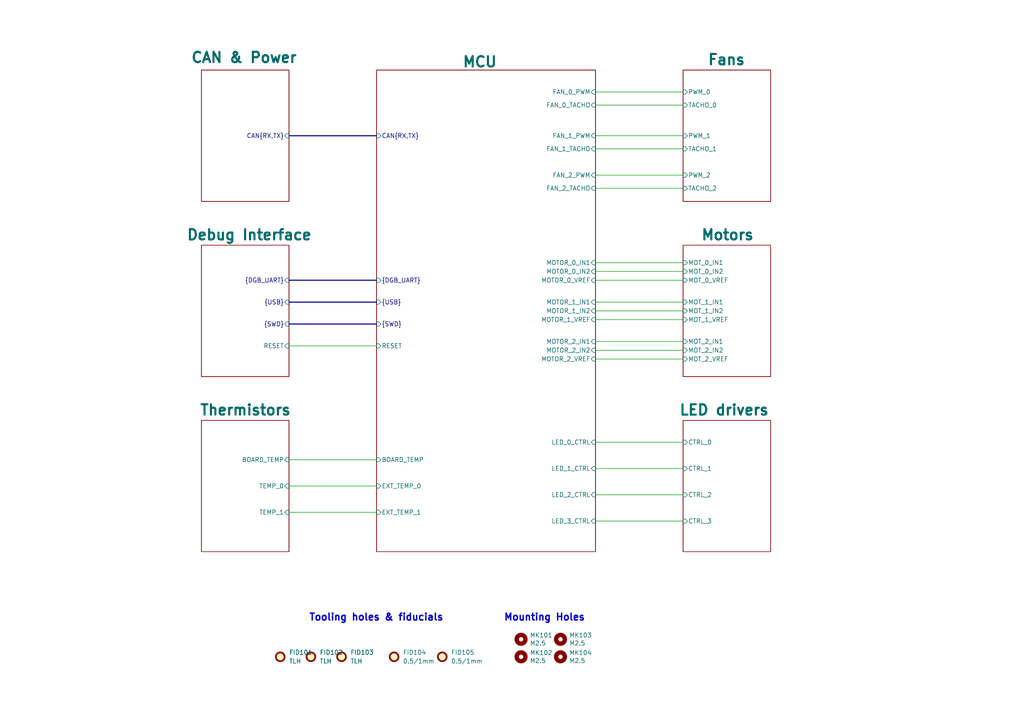
<source format=kicad_sch>
(kicad_sch (version 20231120) (generator "eeschema") (generator_version "8.0")
  (paper "A4")
  (title_block (title "Control board") (date "2024-06-11") (rev "${VERSION}") (company "TrendBit s.r.o.") (comment 1 "Designed by: Petr Malaník"))
  (lib_symbols
    (symbol "Mechanical:Fiducial"
      (property "Reference" "FID" (at 0 5.08 0))
      (property "Value" "Fiducial" (at 0 3.175 0))
      (symbol "Fiducial_0_1"
        (circle (center 0 0) (radius 1.27) (stroke (width 0.508)) (fill (type background)))
      )
    )
    (symbol "Mechanical:MountingHole" (pin_names (offset 1.016))
      (property "Reference" "H" (at 0 5.08 0))
      (property "Value" "MountingHole" (at 0 3.175 0))
      (symbol "MountingHole_0_1"
        (circle (center 0 0) (radius 1.27) (stroke (width 1.27)))
      )
    )
  )
  (wire (pts (xy 172.72 39.37) (xy 198.12 39.37)))
  (wire (pts (xy 172.72 128.27) (xy 198.12 128.27)))
  (wire (pts (xy 83.82 133.35) (xy 109.22 133.35)))
  (bus (pts (xy 83.82 39.37) (xy 109.22 39.37)))
  (wire (pts (xy 172.72 143.51) (xy 198.12 143.51)))
  (wire (pts (xy 172.72 99.06) (xy 198.12 99.06)))
  (wire (pts (xy 172.72 81.28) (xy 198.12 81.28)))
  (wire (pts (xy 172.72 26.67) (xy 198.12 26.67)))
  (wire (pts (xy 172.72 30.48) (xy 198.12 30.48)))
  (wire (pts (xy 172.72 78.74) (xy 198.12 78.74)))
  (wire (pts (xy 172.72 54.61) (xy 198.12 54.61)))
  (wire (pts (xy 172.72 135.89) (xy 198.12 135.89)))
  (wire (pts (xy 172.72 87.63) (xy 198.12 87.63)))
  (wire (pts (xy 172.72 90.17) (xy 198.12 90.17)))
  (wire (pts (xy 172.72 104.14) (xy 198.12 104.14)))
  (wire (pts (xy 172.72 76.2) (xy 198.12 76.2)))
  (wire (pts (xy 172.72 43.18) (xy 198.12 43.18)))
  (bus (pts (xy 83.82 93.98) (xy 109.22 93.98)))
  (wire (pts (xy 172.72 92.71) (xy 198.12 92.71)))
  (wire (pts (xy 83.82 140.97) (xy 109.22 140.97)))
  (wire (pts (xy 172.72 50.8) (xy 198.12 50.8)))
  (wire (pts (xy 83.82 100.33) (xy 109.22 100.33)))
  (wire (pts (xy 172.72 151.13) (xy 198.12 151.13)))
  (wire (pts (xy 172.72 101.6) (xy 198.12 101.6)))
  (bus (pts (xy 83.82 81.28) (xy 109.22 81.28)))
  (wire (pts (xy 83.82 148.59) (xy 109.22 148.59)))
  (bus (pts (xy 83.82 87.63) (xy 109.22 87.63)))
  (text "Mounting Holes" (at 146.05 180.34 0) (effects (font (size 2 2) (bold yes)) (justify left bottom)))
  (text "Tooling holes & fiducials" (at 89.535 180.34 0) (effects (font (size 2 2) (bold yes)) (justify left bottom)))
  (symbol (lib_id "Mechanical:Fiducial") (at 81.28 190.5 0) (unit 1) (in_bom no)
    (property "Reference" "FID101" (at 83.82 189.2299 0) (effects (justify left)))
    (property "Value" "TLH" (at 83.82 191.7699 0) (effects (justify left)))
    (property "Footprint" "TCY_mechanical:ToolingHole_JLCPCB" (effects (hide yes)))
    (property "Description" "JLCPCB Tooling hole" (effects (hide yes)))
  )
  (symbol (lib_id "Mechanical:Fiducial") (at 128.27 190.5 0) (unit 1) (in_bom no)
    (property "Reference" "FID105" (at 130.81 189.2299 0) (effects (justify left)))
    (property "Value" "0.5/1mm" (at 130.81 191.7699 0) (effects (justify left)))
    (property "Footprint" "Fiducial:Fiducial_1mm_Mask2mm" (effects (hide yes)))
    (property "Description" "JLCPCB Tooling hole" (effects (hide yes)))
  )
  (symbol (lib_id "Mechanical:MountingHole") (at 162.56 185.42 0) (unit 1) (in_bom no)
    (property "Reference" "MK103" (at 165.1 184.2516 0) (effects (justify left)))
    (property "Value" "M2.5" (at 165.1 186.563 0) (effects (justify left)))
    (property "Footprint" "MountingHole:MountingHole_2.7mm_M2.5_DIN965" (effects (hide yes)))
  )
  (symbol (lib_id "Mechanical:Fiducial") (at 90.17 190.5 0) (unit 1) (in_bom no)
    (property "Reference" "FID102" (at 92.71 189.2299 0) (effects (justify left)))
    (property "Value" "TLH" (at 92.71 191.7699 0) (effects (justify left)))
    (property "Footprint" "TCY_mechanical:ToolingHole_JLCPCB" (effects (hide yes)))
    (property "Description" "JLCPCB Tooling hole" (effects (hide yes)))
  )
  (symbol (lib_id "Mechanical:Fiducial") (at 114.3 190.5 0) (unit 1) (in_bom no)
    (property "Reference" "FID104" (at 116.84 189.2299 0) (effects (justify left)))
    (property "Value" "0.5/1mm" (at 116.84 191.7699 0) (effects (justify left)))
    (property "Footprint" "Fiducial:Fiducial_1mm_Mask2mm" (effects (hide yes)))
    (property "Description" "JLCPCB Tooling hole" (effects (hide yes)))
  )
  (symbol (lib_id "Mechanical:MountingHole") (at 162.56 190.5 0) (unit 1) (in_bom no)
    (property "Reference" "MK104" (at 165.1 189.3316 0) (effects (justify left)))
    (property "Value" "M2.5" (at 165.1 191.643 0) (effects (justify left)))
    (property "Footprint" "MountingHole:MountingHole_2.7mm_M2.5_DIN965" (effects (hide yes)))
  )
  (symbol (lib_id "Mechanical:MountingHole") (at 151.13 190.5 0) (unit 1) (in_bom no)
    (property "Reference" "MK102" (at 153.67 189.3316 0) (effects (justify left)))
    (property "Value" "M2.5" (at 153.67 191.643 0) (effects (justify left)))
    (property "Footprint" "MountingHole:MountingHole_2.7mm_M2.5_DIN965" (effects (hide yes)))
  )
  (symbol (lib_id "Mechanical:MountingHole") (at 151.13 185.42 0) (unit 1) (in_bom no)
    (property "Reference" "MK101" (at 153.67 184.2516 0) (effects (justify left)))
    (property "Value" "M2.5" (at 153.67 186.563 0) (effects (justify left)))
    (property "Footprint" "MountingHole:MountingHole_2.7mm_M2.5_DIN965" (effects (hide yes)))
  )
  (symbol (lib_id "Mechanical:Fiducial") (at 99.06 190.5 0) (unit 1) (in_bom no)
    (property "Reference" "FID103" (at 101.6 189.2299 0) (effects (justify left)))
    (property "Value" "TLH" (at 101.6 191.7699 0) (effects (justify left)))
    (property "Footprint" "TCY_mechanical:ToolingHole_JLCPCB" (effects (hide yes)))
    (property "Description" "JLCPCB Tooling hole" (effects (hide yes)))
  )
  (sheet (at 58.42 20.32) (size 25.4 38.1) (stroke (width 0.1524))
    (property "Sheetname" "CAN & Power" (at 55.245 18.415 0) (effects (font (size 3 3) (bold yes)) (justify left bottom)))
    (property "Sheetfile" "can_interface.kicad_sch" (effects (hide yes)))
    (pin "CAN{RX,TX}" input (at 83.82 39.37 0))
  )
  (sheet (at 198.12 121.92) (size 25.4 38.1) (stroke (width 0.1524))
    (property "Sheetname" "LED drivers" (at 196.85 120.65 0) (effects (font (size 3 3) (bold yes)) (justify left bottom)))
    (property "Sheetfile" "led_drivers.kicad_sch" (effects (hide yes)))
    (pin "CTRL_0" input (at 198.12 128.27 180))
    (pin "CTRL_1" input (at 198.12 135.89 180))
    (pin "CTRL_3" input (at 198.12 151.13 180))
    (pin "CTRL_2" input (at 198.12 143.51 180))
  )
  (sheet (at 198.12 71.12) (size 25.4 38.1) (stroke (width 0.1524))
    (property "Sheetname" "Motors" (at 203.2 69.85 0) (effects (font (size 3 3) (bold yes)) (justify left bottom)))
    (property "Sheetfile" "motors.kicad_sch" (effects (hide yes)))
    (pin "MOT_2_IN1" input (at 198.12 99.06 180))
    (pin "MOT_2_IN2" input (at 198.12 101.6 180))
    (pin "MOT_2_VREF" input (at 198.12 104.14 180))
    (pin "MOT_0_IN1" input (at 198.12 76.2 180))
    (pin "MOT_0_IN2" input (at 198.12 78.74 180))
    (pin "MOT_0_VREF" input (at 198.12 81.28 180))
    (pin "MOT_1_VREF" input (at 198.12 92.71 180))
    (pin "MOT_1_IN1" input (at 198.12 87.63 180))
    (pin "MOT_1_IN2" input (at 198.12 90.17 180))
  )
  (sheet (at 58.42 71.12) (size 25.4 38.1) (stroke (width 0.1524))
    (property "Sheetname" "Debug Interface" (at 53.975 69.85 0) (effects (font (size 3 3) (bold yes)) (justify left bottom)))
    (property "Sheetfile" "debug.kicad_sch" (effects (hide yes)))
    (pin "{USB}" input (at 83.82 87.63 0))
    (pin "{SWD}" input (at 83.82 93.98 0))
    (pin "{DGB_UART}" input (at 83.82 81.28 0))
    (pin "RESET" input (at 83.82 100.33 0))
  )
  (sheet (at 58.42 121.92) (size 25.4 38.1) (stroke (width 0.1524))
    (property "Sheetname" "Thermistors" (at 57.785 120.65 0) (effects (font (size 3 3) (bold yes)) (justify left bottom)))
    (property "Sheetfile" "thermistors.kicad_sch" (effects (hide yes)))
    (pin "TEMP_1" input (at 83.82 148.59 0))
    (pin "TEMP_0" input (at 83.82 140.97 0))
    (pin "BOARD_TEMP" input (at 83.82 133.35 0))
  )
  (sheet (at 198.12 20.32) (size 25.4 38.1) (stroke (width 0.1524))
    (property "Sheetname" "Fans" (at 205.105 19.05 0) (effects (font (size 3 3) (bold yes)) (justify left bottom)))
    (property "Sheetfile" "fans.kicad_sch" (effects (hide yes)))
    (pin "PWM_1" input (at 198.12 39.37 180))
    (pin "PWM_0" input (at 198.12 26.67 180))
    (pin "PWM_2" input (at 198.12 50.8 180))
    (pin "TACHO_0" input (at 198.12 30.48 180))
    (pin "TACHO_2" input (at 198.12 54.61 180))
    (pin "TACHO_1" input (at 198.12 43.18 180))
  )
  (sheet (at 109.22 20.32) (size 63.5 139.7) (stroke (width 0.1524))
    (property "Sheetname" "MCU" (at 133.985 19.685 0) (effects (font (size 3 3) (bold yes)) (justify left bottom)))
    (property "Sheetfile" "MCU.kicad_sch" (effects (hide yes)))
    (pin "MOTOR_1_IN1" input (at 172.72 87.63 0))
    (pin "LED_3_CTRL" input (at 172.72 151.13 0))
    (pin "MOTOR_0_IN1" input (at 172.72 76.2 0))
    (pin "MOTOR_1_IN2" input (at 172.72 90.17 0))
    (pin "MOTOR_0_IN2" input (at 172.72 78.74 0))
    (pin "MOTOR_0_VREF" input (at 172.72 81.28 0))
    (pin "FAN_2_PWM" input (at 172.72 50.8 0))
    (pin "FAN_2_TACHO" input (at 172.72 54.61 0))
    (pin "LED_1_CTRL" input (at 172.72 135.89 0))
    (pin "LED_0_CTRL" input (at 172.72 128.27 0))
    (pin "LED_2_CTRL" input (at 172.72 143.51 0))
    (pin "MOTOR_2_VREF" input (at 172.72 104.14 0))
    (pin "MOTOR_2_IN2" input (at 172.72 101.6 0))
    (pin "MOTOR_1_VREF" input (at 172.72 92.71 0))
    (pin "MOTOR_2_IN1" input (at 172.72 99.06 0))
    (pin "FAN_1_PWM" input (at 172.72 39.37 0))
    (pin "FAN_1_TACHO" input (at 172.72 43.18 0))
    (pin "FAN_0_PWM" input (at 172.72 26.67 0))
    (pin "FAN_0_TACHO" input (at 172.72 30.48 0))
    (pin "{DGB_UART}" input (at 109.22 81.28 180))
    (pin "{USB}" input (at 109.22 87.63 180))
    (pin "{SWD}" input (at 109.22 93.98 180))
    (pin "BOARD_TEMP" input (at 109.22 133.35 180))
    (pin "EXT_TEMP_0" input (at 109.22 140.97 180))
    (pin "EXT_TEMP_1" input (at 109.22 148.59 180))
    (pin "RESET" input (at 109.22 100.33 180))
    (pin "CAN{RX,TX}" input (at 109.22 39.37 180))
  )
)
</source>
